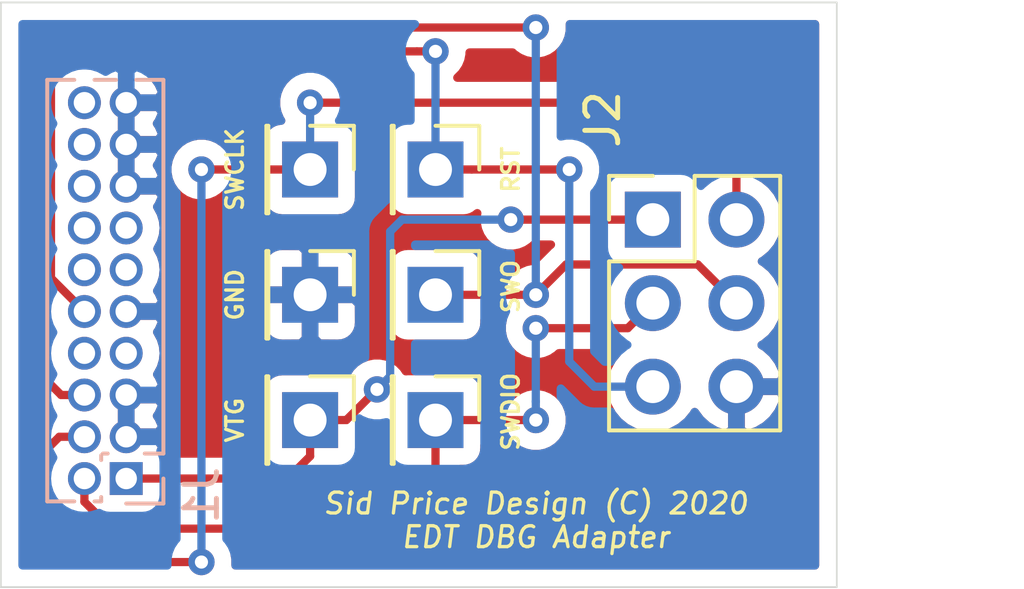
<source format=kicad_pcb>
(kicad_pcb (version 20171130) (host pcbnew "(5.1.2)-2")

  (general
    (thickness 1.6)
    (drawings 12)
    (tracks 64)
    (zones 0)
    (modules 8)
    (nets 16)
  )

  (page A4)
  (layers
    (0 F.Cu signal)
    (31 B.Cu signal)
    (32 B.Adhes user)
    (33 F.Adhes user)
    (34 B.Paste user)
    (35 F.Paste user)
    (36 B.SilkS user)
    (37 F.SilkS user)
    (38 B.Mask user)
    (39 F.Mask user)
    (40 Dwgs.User user)
    (41 Cmts.User user)
    (42 Eco1.User user)
    (43 Eco2.User user)
    (44 Edge.Cuts user)
    (45 Margin user)
    (46 B.CrtYd user)
    (47 F.CrtYd user)
    (48 B.Fab user hide)
    (49 F.Fab user hide)
  )

  (setup
    (last_trace_width 0.25)
    (trace_clearance 0.2)
    (zone_clearance 0.508)
    (zone_45_only no)
    (trace_min 0.2)
    (via_size 0.8)
    (via_drill 0.4)
    (via_min_size 0.4)
    (via_min_drill 0.3)
    (uvia_size 0.3)
    (uvia_drill 0.1)
    (uvias_allowed no)
    (uvia_min_size 0.2)
    (uvia_min_drill 0.1)
    (edge_width 0.05)
    (segment_width 0.2)
    (pcb_text_width 0.3)
    (pcb_text_size 1.5 1.5)
    (mod_edge_width 0.12)
    (mod_text_size 1 1)
    (mod_text_width 0.15)
    (pad_size 1.524 1.524)
    (pad_drill 0.762)
    (pad_to_mask_clearance 0.051)
    (solder_mask_min_width 0.25)
    (aux_axis_origin 0 0)
    (visible_elements 7FFFFFFF)
    (pcbplotparams
      (layerselection 0x010fc_ffffffff)
      (usegerberextensions false)
      (usegerberattributes false)
      (usegerberadvancedattributes false)
      (creategerberjobfile false)
      (excludeedgelayer true)
      (linewidth 0.100000)
      (plotframeref false)
      (viasonmask false)
      (mode 1)
      (useauxorigin false)
      (hpglpennumber 1)
      (hpglpenspeed 20)
      (hpglpendiameter 15.000000)
      (psnegative false)
      (psa4output false)
      (plotreference true)
      (plotvalue true)
      (plotinvisibletext false)
      (padsonsilk false)
      (subtractmaskfromsilk false)
      (outputformat 1)
      (mirror false)
      (drillshape 1)
      (scaleselection 1)
      (outputdirectory ""))
  )

  (net 0 "")
  (net 1 /VTarget)
  (net 2 /SWDIO)
  (net 3 /SWCLK)
  (net 4 /SWO)
  (net 5 "Net-(J1-Pad7)")
  (net 6 "Net-(J1-Pad8)")
  (net 7 /RESET)
  (net 8 "Net-(J1-Pad11)")
  (net 9 "Net-(J1-Pad12)")
  (net 10 "Net-(J1-Pad13)")
  (net 11 "Net-(J1-Pad14)")
  (net 12 "Net-(J1-Pad16)")
  (net 13 "Net-(J1-Pad18)")
  (net 14 "Net-(J1-Pad20)")
  (net 15 GND)

  (net_class Default "This is the default net class."
    (clearance 0.2)
    (trace_width 0.25)
    (via_dia 0.8)
    (via_drill 0.4)
    (uvia_dia 0.3)
    (uvia_drill 0.1)
    (add_net /RESET)
    (add_net /SWCLK)
    (add_net /SWDIO)
    (add_net /SWO)
    (add_net /VTarget)
    (add_net GND)
    (add_net "Net-(J1-Pad11)")
    (add_net "Net-(J1-Pad12)")
    (add_net "Net-(J1-Pad13)")
    (add_net "Net-(J1-Pad14)")
    (add_net "Net-(J1-Pad16)")
    (add_net "Net-(J1-Pad18)")
    (add_net "Net-(J1-Pad20)")
    (add_net "Net-(J1-Pad7)")
    (add_net "Net-(J1-Pad8)")
  )

  (module Connector_PinHeader_2.54mm:PinHeader_1x01_P2.54mm_Vertical (layer F.Cu) (tedit 59FED5CC) (tstamp 5E477065)
    (at 112.776 100.076 270)
    (descr "Through hole straight pin header, 1x01, 2.54mm pitch, single row")
    (tags "Through hole pin header THT 1x01 2.54mm single row")
    (path /5E47ACA7)
    (fp_text reference TP5 (at 0 -2.33 90) (layer F.SilkS) hide
      (effects (font (size 1 1) (thickness 0.15)))
    )
    (fp_text value TestPoint (at 0 2.33 90) (layer F.Fab)
      (effects (font (size 1 1) (thickness 0.15)))
    )
    (fp_line (start -0.635 -1.27) (end 1.27 -1.27) (layer F.Fab) (width 0.1))
    (fp_line (start 1.27 -1.27) (end 1.27 1.27) (layer F.Fab) (width 0.1))
    (fp_line (start 1.27 1.27) (end -1.27 1.27) (layer F.Fab) (width 0.1))
    (fp_line (start -1.27 1.27) (end -1.27 -0.635) (layer F.Fab) (width 0.1))
    (fp_line (start -1.27 -0.635) (end -0.635 -1.27) (layer F.Fab) (width 0.1))
    (fp_line (start -1.33 1.33) (end 1.33 1.33) (layer F.SilkS) (width 0.12))
    (fp_line (start -1.33 1.27) (end -1.33 1.33) (layer F.SilkS) (width 0.12))
    (fp_line (start 1.33 1.27) (end 1.33 1.33) (layer F.SilkS) (width 0.12))
    (fp_line (start -1.33 1.27) (end 1.33 1.27) (layer F.SilkS) (width 0.12))
    (fp_line (start -1.33 0) (end -1.33 -1.33) (layer F.SilkS) (width 0.12))
    (fp_line (start -1.33 -1.33) (end 0 -1.33) (layer F.SilkS) (width 0.12))
    (fp_line (start -1.8 -1.8) (end -1.8 1.8) (layer F.CrtYd) (width 0.05))
    (fp_line (start -1.8 1.8) (end 1.8 1.8) (layer F.CrtYd) (width 0.05))
    (fp_line (start 1.8 1.8) (end 1.8 -1.8) (layer F.CrtYd) (width 0.05))
    (fp_line (start 1.8 -1.8) (end -1.8 -1.8) (layer F.CrtYd) (width 0.05))
    (fp_text user %R (at 0 0) (layer F.Fab)
      (effects (font (size 1 1) (thickness 0.15)))
    )
    (pad 1 thru_hole rect (at 0 0 270) (size 1.7 1.7) (drill 1) (layers *.Cu *.Mask)
      (net 4 /SWO))
    (model ${KISYS3DMOD}/Connector_PinHeader_2.54mm.3dshapes/PinHeader_1x01_P2.54mm_Vertical.wrl
      (at (xyz 0 0 0))
      (scale (xyz 1 1 1))
      (rotate (xyz 0 0 0))
    )
  )

  (module PearlGecko_EDT:PinHeader_2x10_P1.27mm_Vertical_Mirrored (layer B.Cu) (tedit 5E471A56) (tstamp 5E474D9A)
    (at 102.108 105.791)
    (descr "Through hole straight pin header, 2x10, 1.27mm pitch, double rows")
    (tags "Through hole pin header THT 2x10 1.27mm double row")
    (path /5E471968)
    (fp_text reference J1 (at 3.556 0.381 270) (layer B.SilkS)
      (effects (font (size 1 1) (thickness 0.15)) (justify mirror))
    )
    (fp_text value Conn_02x10_Odd_Even (at 0.635 -13.125 180) (layer B.Fab)
      (effects (font (size 1 1) (thickness 0.15)) (justify mirror))
    )
    (fp_text user %R (at 0.635 -5.842 90) (layer B.Fab)
      (effects (font (size 1 1) (thickness 0.15)) (justify mirror))
    )
    (fp_line (start 2.85 1.15) (end -1.6 1.15) (layer B.CrtYd) (width 0.05))
    (fp_line (start 2.85 -12.6) (end 2.85 1.15) (layer B.CrtYd) (width 0.05))
    (fp_line (start -1.6 -12.6) (end 2.85 -12.6) (layer B.CrtYd) (width 0.05))
    (fp_line (start -1.6 1.15) (end -1.6 -12.6) (layer B.CrtYd) (width 0.05))
    (fp_line (start 2.4 0.633) (end 1.27 0.633) (layer B.SilkS) (width 0.12))
    (fp_line (start 2.4 -0.127) (end 2.4 0.633) (layer B.SilkS) (width 0.12))
    (fp_line (start -0.30753 0.568) (end -1.13 0.568) (layer B.SilkS) (width 0.12))
    (fp_line (start 0.51 0.568) (end 0.30753 0.568) (layer B.SilkS) (width 0.12))
    (fp_line (start 0.51 0.436471) (end 0.51 0.568) (layer B.SilkS) (width 0.12))
    (fp_line (start 0.51 -0.833529) (end 0.51 -0.690471) (layer B.SilkS) (width 0.12))
    (fp_line (start 0.706529 -0.887) (end 0.563471 -0.887) (layer B.SilkS) (width 0.12))
    (fp_line (start 2.4 -0.887) (end 1.833471 -0.887) (layer B.SilkS) (width 0.12))
    (fp_line (start -1.13 0.568) (end -1.13 -12.252) (layer B.SilkS) (width 0.12))
    (fp_line (start 2.4 -0.887) (end 2.4 -12.252) (layer B.SilkS) (width 0.12))
    (fp_line (start 0.96247 -12.252) (end 0.30753 -12.252) (layer B.SilkS) (width 0.12))
    (fp_line (start -0.30753 -12.252) (end -1.13 -12.252) (layer B.SilkS) (width 0.12))
    (fp_line (start 2.4 -12.252) (end 1.57753 -12.252) (layer B.SilkS) (width 0.12))
    (fp_line (start 2.34 -0.3445) (end 1.4875 0.508) (layer B.Fab) (width 0.1))
    (fp_line (start 2.34 -12.192) (end 2.34 -0.3445) (layer B.Fab) (width 0.1))
    (fp_line (start -1.07 -12.192) (end 2.34 -12.192) (layer B.Fab) (width 0.1))
    (fp_line (start -1.07 0.508) (end -1.07 -12.192) (layer B.Fab) (width 0.1))
    (fp_line (start 1.4875 0.508) (end -1.07 0.508) (layer B.Fab) (width 0.1))
    (pad 20 thru_hole oval (at 0 -11.557) (size 1 1) (drill 0.65) (layers *.Cu *.Mask)
      (net 14 "Net-(J1-Pad20)"))
    (pad 19 thru_hole oval (at 1.27 -11.557) (size 1 1) (drill 0.65) (layers *.Cu *.Mask)
      (net 15 GND))
    (pad 18 thru_hole oval (at 0 -10.287) (size 1 1) (drill 0.65) (layers *.Cu *.Mask)
      (net 13 "Net-(J1-Pad18)"))
    (pad 17 thru_hole oval (at 1.27 -10.287) (size 1 1) (drill 0.65) (layers *.Cu *.Mask)
      (net 15 GND))
    (pad 16 thru_hole oval (at 0 -9.017) (size 1 1) (drill 0.65) (layers *.Cu *.Mask)
      (net 12 "Net-(J1-Pad16)"))
    (pad 15 thru_hole oval (at 1.27 -9.017) (size 1 1) (drill 0.65) (layers *.Cu *.Mask)
      (net 15 GND))
    (pad 14 thru_hole oval (at 0 -7.747) (size 1 1) (drill 0.65) (layers *.Cu *.Mask)
      (net 11 "Net-(J1-Pad14)"))
    (pad 13 thru_hole oval (at 1.27 -7.747) (size 1 1) (drill 0.65) (layers *.Cu *.Mask)
      (net 10 "Net-(J1-Pad13)"))
    (pad 12 thru_hole oval (at 0 -6.477) (size 1 1) (drill 0.65) (layers *.Cu *.Mask)
      (net 9 "Net-(J1-Pad12)"))
    (pad 11 thru_hole oval (at 1.27 -6.477) (size 1 1) (drill 0.65) (layers *.Cu *.Mask)
      (net 8 "Net-(J1-Pad11)"))
    (pad 10 thru_hole oval (at 0 -5.207) (size 1 1) (drill 0.65) (layers *.Cu *.Mask)
      (net 7 /RESET))
    (pad 9 thru_hole oval (at 1.27 -5.207) (size 1 1) (drill 0.65) (layers *.Cu *.Mask)
      (net 15 GND))
    (pad 8 thru_hole oval (at 0 -3.937) (size 1 1) (drill 0.65) (layers *.Cu *.Mask)
      (net 6 "Net-(J1-Pad8)"))
    (pad 7 thru_hole oval (at 1.27 -3.937) (size 1 1) (drill 0.65) (layers *.Cu *.Mask)
      (net 5 "Net-(J1-Pad7)"))
    (pad 6 thru_hole oval (at 0 -2.667) (size 1 1) (drill 0.65) (layers *.Cu *.Mask)
      (net 4 /SWO))
    (pad 5 thru_hole oval (at 1.27 -2.667) (size 1 1) (drill 0.65) (layers *.Cu *.Mask)
      (net 15 GND))
    (pad 4 thru_hole oval (at 0 -1.397) (size 1 1) (drill 0.65) (layers *.Cu *.Mask)
      (net 3 /SWCLK))
    (pad 3 thru_hole oval (at 1.27 -1.397) (size 1 1) (drill 0.65) (layers *.Cu *.Mask)
      (net 15 GND))
    (pad 2 thru_hole oval (at 0 -0.127) (size 1 1) (drill 0.65) (layers *.Cu *.Mask)
      (net 2 /SWDIO))
    (pad 1 thru_hole rect (at 1.27 -0.127) (size 1 1) (drill 0.65) (layers *.Cu *.Mask)
      (net 1 /VTarget))
    (model ${KISYS3DMOD}/Connector_PinHeader_1.27mm.3dshapes/PinHeader_2x10_P1.27mm_Vertical.wrl
      (at (xyz 0 0 0))
      (scale (xyz 1 1 1))
      (rotate (xyz 0 0 0))
    )
  )

  (module Connector_PinHeader_2.54mm:PinHeader_2x03_P2.54mm_Vertical (layer F.Cu) (tedit 59FED5CC) (tstamp 5E474DB6)
    (at 119.38 97.79)
    (descr "Through hole straight pin header, 2x03, 2.54mm pitch, double rows")
    (tags "Through hole pin header THT 2x03 2.54mm double row")
    (path /5E472EB0)
    (fp_text reference J2 (at -1.524 -3.048 90) (layer F.SilkS)
      (effects (font (size 1 1) (thickness 0.15)))
    )
    (fp_text value Conn_02x03_Odd_Even (at 1.27 7.41) (layer F.Fab)
      (effects (font (size 1 1) (thickness 0.15)))
    )
    (fp_text user %R (at 1.27 2.54 90) (layer F.Fab)
      (effects (font (size 1 1) (thickness 0.15)))
    )
    (fp_line (start 4.35 -1.8) (end -1.8 -1.8) (layer F.CrtYd) (width 0.05))
    (fp_line (start 4.35 6.85) (end 4.35 -1.8) (layer F.CrtYd) (width 0.05))
    (fp_line (start -1.8 6.85) (end 4.35 6.85) (layer F.CrtYd) (width 0.05))
    (fp_line (start -1.8 -1.8) (end -1.8 6.85) (layer F.CrtYd) (width 0.05))
    (fp_line (start -1.33 -1.33) (end 0 -1.33) (layer F.SilkS) (width 0.12))
    (fp_line (start -1.33 0) (end -1.33 -1.33) (layer F.SilkS) (width 0.12))
    (fp_line (start 1.27 -1.33) (end 3.87 -1.33) (layer F.SilkS) (width 0.12))
    (fp_line (start 1.27 1.27) (end 1.27 -1.33) (layer F.SilkS) (width 0.12))
    (fp_line (start -1.33 1.27) (end 1.27 1.27) (layer F.SilkS) (width 0.12))
    (fp_line (start 3.87 -1.33) (end 3.87 6.41) (layer F.SilkS) (width 0.12))
    (fp_line (start -1.33 1.27) (end -1.33 6.41) (layer F.SilkS) (width 0.12))
    (fp_line (start -1.33 6.41) (end 3.87 6.41) (layer F.SilkS) (width 0.12))
    (fp_line (start -1.27 0) (end 0 -1.27) (layer F.Fab) (width 0.1))
    (fp_line (start -1.27 6.35) (end -1.27 0) (layer F.Fab) (width 0.1))
    (fp_line (start 3.81 6.35) (end -1.27 6.35) (layer F.Fab) (width 0.1))
    (fp_line (start 3.81 -1.27) (end 3.81 6.35) (layer F.Fab) (width 0.1))
    (fp_line (start 0 -1.27) (end 3.81 -1.27) (layer F.Fab) (width 0.1))
    (pad 6 thru_hole oval (at 2.54 5.08) (size 1.7 1.7) (drill 1) (layers *.Cu *.Mask)
      (net 15 GND))
    (pad 5 thru_hole oval (at 0 5.08) (size 1.7 1.7) (drill 1) (layers *.Cu *.Mask)
      (net 7 /RESET))
    (pad 4 thru_hole oval (at 2.54 2.54) (size 1.7 1.7) (drill 1) (layers *.Cu *.Mask)
      (net 4 /SWO))
    (pad 3 thru_hole oval (at 0 2.54) (size 1.7 1.7) (drill 1) (layers *.Cu *.Mask)
      (net 2 /SWDIO))
    (pad 2 thru_hole oval (at 2.54 0) (size 1.7 1.7) (drill 1) (layers *.Cu *.Mask)
      (net 3 /SWCLK))
    (pad 1 thru_hole rect (at 0 0) (size 1.7 1.7) (drill 1) (layers *.Cu *.Mask)
      (net 1 /VTarget))
    (model ${KISYS3DMOD}/Connector_PinHeader_2.54mm.3dshapes/PinHeader_2x03_P2.54mm_Vertical.wrl
      (at (xyz 0 0 0))
      (scale (xyz 1 1 1))
      (rotate (xyz 0 0 0))
    )
  )

  (module Connector_PinHeader_2.54mm:PinHeader_1x01_P2.54mm_Vertical (layer F.Cu) (tedit 59FED5CC) (tstamp 5E476B91)
    (at 108.966 100.076 270)
    (descr "Through hole straight pin header, 1x01, 2.54mm pitch, single row")
    (tags "Through hole pin header THT 1x01 2.54mm single row")
    (path /5E47790A)
    (fp_text reference TP1 (at 0 -2.33 90) (layer F.SilkS) hide
      (effects (font (size 1 1) (thickness 0.15)))
    )
    (fp_text value TestPoint (at 0 2.33 90) (layer F.Fab)
      (effects (font (size 1 1) (thickness 0.15)))
    )
    (fp_line (start -0.635 -1.27) (end 1.27 -1.27) (layer F.Fab) (width 0.1))
    (fp_line (start 1.27 -1.27) (end 1.27 1.27) (layer F.Fab) (width 0.1))
    (fp_line (start 1.27 1.27) (end -1.27 1.27) (layer F.Fab) (width 0.1))
    (fp_line (start -1.27 1.27) (end -1.27 -0.635) (layer F.Fab) (width 0.1))
    (fp_line (start -1.27 -0.635) (end -0.635 -1.27) (layer F.Fab) (width 0.1))
    (fp_line (start -1.33 1.33) (end 1.33 1.33) (layer F.SilkS) (width 0.12))
    (fp_line (start -1.33 1.27) (end -1.33 1.33) (layer F.SilkS) (width 0.12))
    (fp_line (start 1.33 1.27) (end 1.33 1.33) (layer F.SilkS) (width 0.12))
    (fp_line (start -1.33 1.27) (end 1.33 1.27) (layer F.SilkS) (width 0.12))
    (fp_line (start -1.33 0) (end -1.33 -1.33) (layer F.SilkS) (width 0.12))
    (fp_line (start -1.33 -1.33) (end 0 -1.33) (layer F.SilkS) (width 0.12))
    (fp_line (start -1.8 -1.8) (end -1.8 1.8) (layer F.CrtYd) (width 0.05))
    (fp_line (start -1.8 1.8) (end 1.8 1.8) (layer F.CrtYd) (width 0.05))
    (fp_line (start 1.8 1.8) (end 1.8 -1.8) (layer F.CrtYd) (width 0.05))
    (fp_line (start 1.8 -1.8) (end -1.8 -1.8) (layer F.CrtYd) (width 0.05))
    (fp_text user %R (at 0 0) (layer F.Fab)
      (effects (font (size 1 1) (thickness 0.15)))
    )
    (pad 1 thru_hole rect (at 0 0 270) (size 1.7 1.7) (drill 1) (layers *.Cu *.Mask)
      (net 15 GND))
    (model ${KISYS3DMOD}/Connector_PinHeader_2.54mm.3dshapes/PinHeader_1x01_P2.54mm_Vertical.wrl
      (at (xyz 0 0 0))
      (scale (xyz 1 1 1))
      (rotate (xyz 0 0 0))
    )
  )

  (module Connector_PinHeader_2.54mm:PinHeader_1x01_P2.54mm_Vertical (layer F.Cu) (tedit 59FED5CC) (tstamp 5E474DE0)
    (at 108.966 103.886 270)
    (descr "Through hole straight pin header, 1x01, 2.54mm pitch, single row")
    (tags "Through hole pin header THT 1x01 2.54mm single row")
    (path /5E478CFE)
    (fp_text reference TP2 (at 0 -2.33 90) (layer F.SilkS) hide
      (effects (font (size 1 1) (thickness 0.15)))
    )
    (fp_text value TestPoint (at 0 2.33 90) (layer F.Fab)
      (effects (font (size 1 1) (thickness 0.15)))
    )
    (fp_line (start -0.635 -1.27) (end 1.27 -1.27) (layer F.Fab) (width 0.1))
    (fp_line (start 1.27 -1.27) (end 1.27 1.27) (layer F.Fab) (width 0.1))
    (fp_line (start 1.27 1.27) (end -1.27 1.27) (layer F.Fab) (width 0.1))
    (fp_line (start -1.27 1.27) (end -1.27 -0.635) (layer F.Fab) (width 0.1))
    (fp_line (start -1.27 -0.635) (end -0.635 -1.27) (layer F.Fab) (width 0.1))
    (fp_line (start -1.33 1.33) (end 1.33 1.33) (layer F.SilkS) (width 0.12))
    (fp_line (start -1.33 1.27) (end -1.33 1.33) (layer F.SilkS) (width 0.12))
    (fp_line (start 1.33 1.27) (end 1.33 1.33) (layer F.SilkS) (width 0.12))
    (fp_line (start -1.33 1.27) (end 1.33 1.27) (layer F.SilkS) (width 0.12))
    (fp_line (start -1.33 0) (end -1.33 -1.33) (layer F.SilkS) (width 0.12))
    (fp_line (start -1.33 -1.33) (end 0 -1.33) (layer F.SilkS) (width 0.12))
    (fp_line (start -1.8 -1.8) (end -1.8 1.8) (layer F.CrtYd) (width 0.05))
    (fp_line (start -1.8 1.8) (end 1.8 1.8) (layer F.CrtYd) (width 0.05))
    (fp_line (start 1.8 1.8) (end 1.8 -1.8) (layer F.CrtYd) (width 0.05))
    (fp_line (start 1.8 -1.8) (end -1.8 -1.8) (layer F.CrtYd) (width 0.05))
    (fp_text user %R (at 0 0) (layer F.Fab)
      (effects (font (size 1 1) (thickness 0.15)))
    )
    (pad 1 thru_hole rect (at 0 0 270) (size 1.7 1.7) (drill 1) (layers *.Cu *.Mask)
      (net 1 /VTarget))
    (model ${KISYS3DMOD}/Connector_PinHeader_2.54mm.3dshapes/PinHeader_1x01_P2.54mm_Vertical.wrl
      (at (xyz 0 0 0))
      (scale (xyz 1 1 1))
      (rotate (xyz 0 0 0))
    )
  )

  (module Connector_PinHeader_2.54mm:PinHeader_1x01_P2.54mm_Vertical (layer F.Cu) (tedit 59FED5CC) (tstamp 5E474DF5)
    (at 108.966 96.266 270)
    (descr "Through hole straight pin header, 1x01, 2.54mm pitch, single row")
    (tags "Through hole pin header THT 1x01 2.54mm single row")
    (path /5E4781A3)
    (fp_text reference TP3 (at 0 -2.33 90) (layer F.SilkS) hide
      (effects (font (size 1 1) (thickness 0.15)))
    )
    (fp_text value TestPoint (at 0 2.33 90) (layer F.Fab)
      (effects (font (size 1 1) (thickness 0.15)))
    )
    (fp_text user %R (at 0 0) (layer F.Fab)
      (effects (font (size 1 1) (thickness 0.15)))
    )
    (fp_line (start 1.8 -1.8) (end -1.8 -1.8) (layer F.CrtYd) (width 0.05))
    (fp_line (start 1.8 1.8) (end 1.8 -1.8) (layer F.CrtYd) (width 0.05))
    (fp_line (start -1.8 1.8) (end 1.8 1.8) (layer F.CrtYd) (width 0.05))
    (fp_line (start -1.8 -1.8) (end -1.8 1.8) (layer F.CrtYd) (width 0.05))
    (fp_line (start -1.33 -1.33) (end 0 -1.33) (layer F.SilkS) (width 0.12))
    (fp_line (start -1.33 0) (end -1.33 -1.33) (layer F.SilkS) (width 0.12))
    (fp_line (start -1.33 1.27) (end 1.33 1.27) (layer F.SilkS) (width 0.12))
    (fp_line (start 1.33 1.27) (end 1.33 1.33) (layer F.SilkS) (width 0.12))
    (fp_line (start -1.33 1.27) (end -1.33 1.33) (layer F.SilkS) (width 0.12))
    (fp_line (start -1.33 1.33) (end 1.33 1.33) (layer F.SilkS) (width 0.12))
    (fp_line (start -1.27 -0.635) (end -0.635 -1.27) (layer F.Fab) (width 0.1))
    (fp_line (start -1.27 1.27) (end -1.27 -0.635) (layer F.Fab) (width 0.1))
    (fp_line (start 1.27 1.27) (end -1.27 1.27) (layer F.Fab) (width 0.1))
    (fp_line (start 1.27 -1.27) (end 1.27 1.27) (layer F.Fab) (width 0.1))
    (fp_line (start -0.635 -1.27) (end 1.27 -1.27) (layer F.Fab) (width 0.1))
    (pad 1 thru_hole rect (at 0 0 270) (size 1.7 1.7) (drill 1) (layers *.Cu *.Mask)
      (net 3 /SWCLK))
    (model ${KISYS3DMOD}/Connector_PinHeader_2.54mm.3dshapes/PinHeader_1x01_P2.54mm_Vertical.wrl
      (at (xyz 0 0 0))
      (scale (xyz 1 1 1))
      (rotate (xyz 0 0 0))
    )
  )

  (module Connector_PinHeader_2.54mm:PinHeader_1x01_P2.54mm_Vertical (layer F.Cu) (tedit 59FED5CC) (tstamp 5E4770A1)
    (at 112.776 103.886 270)
    (descr "Through hole straight pin header, 1x01, 2.54mm pitch, single row")
    (tags "Through hole pin header THT 1x01 2.54mm single row")
    (path /5E47A7E3)
    (fp_text reference TP4 (at 0 -2.33 90) (layer F.SilkS) hide
      (effects (font (size 1 1) (thickness 0.15)))
    )
    (fp_text value TestPoint (at 0 2.33 90) (layer F.Fab)
      (effects (font (size 1 1) (thickness 0.15)))
    )
    (fp_text user %R (at 0 0) (layer F.Fab)
      (effects (font (size 1 1) (thickness 0.15)))
    )
    (fp_line (start 1.8 -1.8) (end -1.8 -1.8) (layer F.CrtYd) (width 0.05))
    (fp_line (start 1.8 1.8) (end 1.8 -1.8) (layer F.CrtYd) (width 0.05))
    (fp_line (start -1.8 1.8) (end 1.8 1.8) (layer F.CrtYd) (width 0.05))
    (fp_line (start -1.8 -1.8) (end -1.8 1.8) (layer F.CrtYd) (width 0.05))
    (fp_line (start -1.33 -1.33) (end 0 -1.33) (layer F.SilkS) (width 0.12))
    (fp_line (start -1.33 0) (end -1.33 -1.33) (layer F.SilkS) (width 0.12))
    (fp_line (start -1.33 1.27) (end 1.33 1.27) (layer F.SilkS) (width 0.12))
    (fp_line (start 1.33 1.27) (end 1.33 1.33) (layer F.SilkS) (width 0.12))
    (fp_line (start -1.33 1.27) (end -1.33 1.33) (layer F.SilkS) (width 0.12))
    (fp_line (start -1.33 1.33) (end 1.33 1.33) (layer F.SilkS) (width 0.12))
    (fp_line (start -1.27 -0.635) (end -0.635 -1.27) (layer F.Fab) (width 0.1))
    (fp_line (start -1.27 1.27) (end -1.27 -0.635) (layer F.Fab) (width 0.1))
    (fp_line (start 1.27 1.27) (end -1.27 1.27) (layer F.Fab) (width 0.1))
    (fp_line (start 1.27 -1.27) (end 1.27 1.27) (layer F.Fab) (width 0.1))
    (fp_line (start -0.635 -1.27) (end 1.27 -1.27) (layer F.Fab) (width 0.1))
    (pad 1 thru_hole rect (at 0 0 270) (size 1.7 1.7) (drill 1) (layers *.Cu *.Mask)
      (net 2 /SWDIO))
    (model ${KISYS3DMOD}/Connector_PinHeader_2.54mm.3dshapes/PinHeader_1x01_P2.54mm_Vertical.wrl
      (at (xyz 0 0 0))
      (scale (xyz 1 1 1))
      (rotate (xyz 0 0 0))
    )
  )

  (module Connector_PinHeader_2.54mm:PinHeader_1x01_P2.54mm_Vertical (layer F.Cu) (tedit 59FED5CC) (tstamp 5E477029)
    (at 112.776 96.266 270)
    (descr "Through hole straight pin header, 1x01, 2.54mm pitch, single row")
    (tags "Through hole pin header THT 1x01 2.54mm single row")
    (path /5E47B07E)
    (fp_text reference TP6 (at 0 -2.33 90) (layer F.SilkS) hide
      (effects (font (size 1 1) (thickness 0.15)))
    )
    (fp_text value TestPoint (at 0 2.33 90) (layer F.Fab)
      (effects (font (size 1 1) (thickness 0.15)))
    )
    (fp_text user %R (at 0 0) (layer F.Fab)
      (effects (font (size 1 1) (thickness 0.15)))
    )
    (fp_line (start 1.8 -1.8) (end -1.8 -1.8) (layer F.CrtYd) (width 0.05))
    (fp_line (start 1.8 1.8) (end 1.8 -1.8) (layer F.CrtYd) (width 0.05))
    (fp_line (start -1.8 1.8) (end 1.8 1.8) (layer F.CrtYd) (width 0.05))
    (fp_line (start -1.8 -1.8) (end -1.8 1.8) (layer F.CrtYd) (width 0.05))
    (fp_line (start -1.33 -1.33) (end 0 -1.33) (layer F.SilkS) (width 0.12))
    (fp_line (start -1.33 0) (end -1.33 -1.33) (layer F.SilkS) (width 0.12))
    (fp_line (start -1.33 1.27) (end 1.33 1.27) (layer F.SilkS) (width 0.12))
    (fp_line (start 1.33 1.27) (end 1.33 1.33) (layer F.SilkS) (width 0.12))
    (fp_line (start -1.33 1.27) (end -1.33 1.33) (layer F.SilkS) (width 0.12))
    (fp_line (start -1.33 1.33) (end 1.33 1.33) (layer F.SilkS) (width 0.12))
    (fp_line (start -1.27 -0.635) (end -0.635 -1.27) (layer F.Fab) (width 0.1))
    (fp_line (start -1.27 1.27) (end -1.27 -0.635) (layer F.Fab) (width 0.1))
    (fp_line (start 1.27 1.27) (end -1.27 1.27) (layer F.Fab) (width 0.1))
    (fp_line (start 1.27 -1.27) (end 1.27 1.27) (layer F.Fab) (width 0.1))
    (fp_line (start -0.635 -1.27) (end 1.27 -1.27) (layer F.Fab) (width 0.1))
    (pad 1 thru_hole rect (at 0 0 270) (size 1.7 1.7) (drill 1) (layers *.Cu *.Mask)
      (net 7 /RESET))
    (model ${KISYS3DMOD}/Connector_PinHeader_2.54mm.3dshapes/PinHeader_1x01_P2.54mm_Vertical.wrl
      (at (xyz 0 0 0))
      (scale (xyz 1 1 1))
      (rotate (xyz 0 0 0))
    )
  )

  (gr_line (start 99.568 108.966) (end 99.568 91.186) (layer Edge.Cuts) (width 0.05))
  (gr_line (start 124.968 108.966) (end 99.568 108.966) (layer Edge.Cuts) (width 0.05))
  (gr_line (start 124.968 91.186) (end 124.968 108.966) (layer Edge.Cuts) (width 0.05))
  (gr_line (start 99.568 91.186) (end 124.968 91.186) (layer Edge.Cuts) (width 0.05))
  (dimension 17.78 (width 0.15) (layer Dwgs.User)
    (gr_text "0.7000 in" (at 129.316 100.076 90) (layer Dwgs.User)
      (effects (font (size 1 1) (thickness 0.15)))
    )
    (feature1 (pts (xy 124.968 91.186) (xy 128.602421 91.186)))
    (feature2 (pts (xy 124.968 108.966) (xy 128.602421 108.966)))
    (crossbar (pts (xy 128.016 108.966) (xy 128.016 91.186)))
    (arrow1a (pts (xy 128.016 91.186) (xy 128.602421 92.312504)))
    (arrow1b (pts (xy 128.016 91.186) (xy 127.429579 92.312504)))
    (arrow2a (pts (xy 128.016 108.966) (xy 128.602421 107.839496)))
    (arrow2b (pts (xy 128.016 108.966) (xy 127.429579 107.839496)))
  )
  (gr_text "Sid Price Design (C) 2020\nEDT DBG Adapter" (at 115.824 106.934) (layer F.SilkS)
    (effects (font (size 0.635 0.635) (thickness 0.1016) italic))
  )
  (gr_text RST (at 115.062 96.266 90) (layer F.SilkS)
    (effects (font (size 0.508 0.508) (thickness 0.1016)))
  )
  (gr_text SWO (at 115.062 99.822 90) (layer F.SilkS)
    (effects (font (size 0.508 0.508) (thickness 0.1016)))
  )
  (gr_text SWDIO (at 115.062 103.632 90) (layer F.SilkS)
    (effects (font (size 0.508 0.508) (thickness 0.1016)))
  )
  (gr_text VTG (at 106.68 103.886 90) (layer F.SilkS)
    (effects (font (size 0.508 0.508) (thickness 0.1016)))
  )
  (gr_text GND (at 106.68 100.076 90) (layer F.SilkS)
    (effects (font (size 0.508 0.508) (thickness 0.1016)))
  )
  (gr_text SWCLK (at 106.68 96.266 90) (layer F.SilkS)
    (effects (font (size 0.508 0.508) (thickness 0.1016)))
  )

  (segment (start 108.966 104.986) (end 108.966 103.886) (width 0.25) (layer F.Cu) (net 1))
  (segment (start 108.288 105.664) (end 108.966 104.986) (width 0.25) (layer F.Cu) (net 1))
  (segment (start 103.378 105.664) (end 108.288 105.664) (width 0.25) (layer F.Cu) (net 1))
  (segment (start 110.066 103.886) (end 110.998 102.954) (width 0.25) (layer F.Cu) (net 1))
  (segment (start 108.966 103.886) (end 110.066 103.886) (width 0.25) (layer F.Cu) (net 1))
  (segment (start 115.062 97.79) (end 119.38 97.79) (width 0.25) (layer F.Cu) (net 1))
  (via (at 110.998 102.954) (size 0.8) (drill 0.4) (layers F.Cu B.Cu) (net 1))
  (segment (start 111.397999 102.554001) (end 111.397999 98.152001) (width 0.25) (layer B.Cu) (net 1))
  (segment (start 110.998 102.954) (end 111.397999 102.554001) (width 0.25) (layer B.Cu) (net 1))
  (segment (start 111.397999 98.152001) (end 111.76 97.79) (width 0.25) (layer B.Cu) (net 1))
  (via (at 115.062 97.79) (size 0.8) (drill 0.4) (layers F.Cu B.Cu) (net 1))
  (segment (start 111.76 97.79) (end 115.062 97.79) (width 0.25) (layer B.Cu) (net 1))
  (segment (start 112.776 105.918) (end 112.776 103.886) (width 0.25) (layer F.Cu) (net 2))
  (segment (start 111.506 107.188) (end 112.776 105.918) (width 0.25) (layer F.Cu) (net 2))
  (segment (start 102.924894 107.188) (end 111.506 107.188) (width 0.25) (layer F.Cu) (net 2))
  (segment (start 102.108 105.664) (end 102.108 106.371106) (width 0.25) (layer F.Cu) (net 2))
  (segment (start 102.108 106.371106) (end 102.924894 107.188) (width 0.25) (layer F.Cu) (net 2))
  (segment (start 112.776 103.886) (end 115.824 103.886) (width 0.25) (layer F.Cu) (net 2))
  (via (at 115.824 103.886) (size 0.8) (drill 0.4) (layers F.Cu B.Cu) (net 2))
  (segment (start 115.824 103.886) (end 115.824 103.320315) (width 0.25) (layer B.Cu) (net 2))
  (via (at 115.824 101.092) (size 0.8) (drill 0.4) (layers F.Cu B.Cu) (net 2))
  (segment (start 115.824 103.320315) (end 115.824 101.092) (width 0.25) (layer B.Cu) (net 2))
  (segment (start 118.618 101.092) (end 119.38 100.33) (width 0.25) (layer F.Cu) (net 2))
  (segment (start 115.824 101.092) (end 118.618 101.092) (width 0.25) (layer F.Cu) (net 2))
  (segment (start 102.108 104.394) (end 101.346 104.394) (width 0.25) (layer F.Cu) (net 3))
  (segment (start 101.346 104.394) (end 100.838 104.902) (width 0.25) (layer F.Cu) (net 3))
  (segment (start 100.838 104.902) (end 100.838 106.426) (width 0.25) (layer F.Cu) (net 3))
  (segment (start 100.838 106.426) (end 102.616 108.204) (width 0.25) (layer F.Cu) (net 3))
  (segment (start 102.616 108.204) (end 105.664 108.204) (width 0.25) (layer F.Cu) (net 3))
  (via (at 105.664 108.204) (size 0.8) (drill 0.4) (layers F.Cu B.Cu) (net 3))
  (segment (start 105.664 108.204) (end 105.664 96.266) (width 0.25) (layer B.Cu) (net 3))
  (via (at 105.664 96.266) (size 0.8) (drill 0.4) (layers F.Cu B.Cu) (net 3))
  (segment (start 105.664 96.266) (end 108.966 96.266) (width 0.25) (layer F.Cu) (net 3))
  (segment (start 108.966 96.266) (end 108.966 94.234) (width 0.25) (layer B.Cu) (net 3))
  (via (at 108.966 94.234) (size 0.8) (drill 0.4) (layers F.Cu B.Cu) (net 3))
  (segment (start 121.92 94.996) (end 121.92 97.79) (width 0.25) (layer F.Cu) (net 3))
  (segment (start 108.966 94.234) (end 121.158 94.234) (width 0.25) (layer F.Cu) (net 3))
  (segment (start 121.158 94.234) (end 121.92 94.996) (width 0.25) (layer F.Cu) (net 3))
  (segment (start 101.400894 103.124) (end 100.33 102.053106) (width 0.25) (layer F.Cu) (net 4))
  (segment (start 102.108 103.124) (end 101.400894 103.124) (width 0.25) (layer F.Cu) (net 4))
  (segment (start 100.33 102.053106) (end 100.33 92.71) (width 0.25) (layer F.Cu) (net 4))
  (segment (start 100.33 92.71) (end 101.092 91.948) (width 0.25) (layer F.Cu) (net 4))
  (segment (start 101.092 91.948) (end 115.824 91.948) (width 0.25) (layer F.Cu) (net 4))
  (via (at 115.824 91.948) (size 0.8) (drill 0.4) (layers F.Cu B.Cu) (net 4))
  (segment (start 115.824 91.948) (end 115.824 100.076) (width 0.25) (layer B.Cu) (net 4))
  (via (at 115.824 100.076) (size 0.8) (drill 0.4) (layers F.Cu B.Cu) (net 4))
  (segment (start 115.824 100.076) (end 112.776 100.076) (width 0.25) (layer F.Cu) (net 4))
  (segment (start 121.070001 99.480001) (end 121.92 100.33) (width 0.25) (layer F.Cu) (net 4))
  (segment (start 120.744999 99.154999) (end 121.070001 99.480001) (width 0.25) (layer F.Cu) (net 4))
  (segment (start 116.745001 99.154999) (end 120.744999 99.154999) (width 0.25) (layer F.Cu) (net 4))
  (segment (start 115.824 100.076) (end 116.745001 99.154999) (width 0.25) (layer F.Cu) (net 4))
  (via (at 112.776 92.67301) (size 0.8) (drill 0.4) (layers F.Cu B.Cu) (net 7))
  (segment (start 112.210315 92.67301) (end 112.776 92.67301) (width 0.25) (layer F.Cu) (net 7))
  (segment (start 101.63699 92.67301) (end 112.210315 92.67301) (width 0.25) (layer F.Cu) (net 7))
  (segment (start 101.092 93.218) (end 101.63699 92.67301) (width 0.25) (layer F.Cu) (net 7))
  (segment (start 101.092 99.568) (end 101.092 93.218) (width 0.25) (layer F.Cu) (net 7))
  (segment (start 102.108 100.584) (end 101.092 99.568) (width 0.25) (layer F.Cu) (net 7))
  (segment (start 112.776 96.266) (end 112.776 92.67301) (width 0.25) (layer B.Cu) (net 7))
  (segment (start 112.776 96.266) (end 113.876 96.266) (width 0.25) (layer F.Cu) (net 7))
  (segment (start 113.876 96.266) (end 116.84 96.266) (width 0.25) (layer F.Cu) (net 7))
  (via (at 116.84 96.266) (size 0.8) (drill 0.4) (layers F.Cu B.Cu) (net 7))
  (segment (start 116.84 96.266) (end 116.84 102.108) (width 0.25) (layer B.Cu) (net 7))
  (segment (start 116.84 102.108) (end 117.602 102.87) (width 0.25) (layer B.Cu) (net 7))
  (segment (start 117.602 102.87) (end 119.38 102.87) (width 0.25) (layer B.Cu) (net 7))

  (zone (net 15) (net_name GND) (layer F.Cu) (tstamp 0) (hatch edge 0.508)
    (connect_pads (clearance 0.508))
    (min_thickness 0.254)
    (fill yes (arc_segments 32) (thermal_gap 0.508) (thermal_bridge_width 0.508))
    (polygon
      (pts
        (xy 99.822 91.44) (xy 124.714 91.44) (xy 124.714 108.712) (xy 99.822 108.712)
      )
    )
    (filled_polygon
      (pts
        (xy 124.308001 108.306) (xy 106.698988 108.306) (xy 106.699 108.305939) (xy 106.699 108.102061) (xy 106.668356 107.948)
        (xy 111.468678 107.948) (xy 111.506 107.951676) (xy 111.543322 107.948) (xy 111.543333 107.948) (xy 111.654986 107.937003)
        (xy 111.798247 107.893546) (xy 111.930276 107.822974) (xy 112.046001 107.728001) (xy 112.069804 107.698997) (xy 113.287004 106.481798)
        (xy 113.316001 106.458001) (xy 113.410974 106.342276) (xy 113.481546 106.210247) (xy 113.525003 106.066986) (xy 113.536 105.955333)
        (xy 113.536 105.955324) (xy 113.539676 105.918001) (xy 113.536 105.880678) (xy 113.536 105.374072) (xy 113.626 105.374072)
        (xy 113.750482 105.361812) (xy 113.87018 105.325502) (xy 113.980494 105.266537) (xy 114.077185 105.187185) (xy 114.156537 105.090494)
        (xy 114.215502 104.98018) (xy 114.251812 104.860482) (xy 114.264072 104.736) (xy 114.264072 104.646) (xy 115.120289 104.646)
        (xy 115.164226 104.689937) (xy 115.333744 104.803205) (xy 115.522102 104.881226) (xy 115.722061 104.921) (xy 115.925939 104.921)
        (xy 116.125898 104.881226) (xy 116.314256 104.803205) (xy 116.483774 104.689937) (xy 116.627937 104.545774) (xy 116.741205 104.376256)
        (xy 116.819226 104.187898) (xy 116.859 103.987939) (xy 116.859 103.784061) (xy 116.819226 103.584102) (xy 116.741205 103.395744)
        (xy 116.627937 103.226226) (xy 116.483774 103.082063) (xy 116.314256 102.968795) (xy 116.125898 102.890774) (xy 115.925939 102.851)
        (xy 115.722061 102.851) (xy 115.522102 102.890774) (xy 115.333744 102.968795) (xy 115.164226 103.082063) (xy 115.120289 103.126)
        (xy 114.264072 103.126) (xy 114.264072 103.036) (xy 114.251812 102.911518) (xy 114.215502 102.79182) (xy 114.156537 102.681506)
        (xy 114.077185 102.584815) (xy 113.980494 102.505463) (xy 113.87018 102.446498) (xy 113.750482 102.410188) (xy 113.626 102.397928)
        (xy 111.926 102.397928) (xy 111.87461 102.402989) (xy 111.801937 102.294226) (xy 111.657774 102.150063) (xy 111.488256 102.036795)
        (xy 111.299898 101.958774) (xy 111.099939 101.919) (xy 110.896061 101.919) (xy 110.696102 101.958774) (xy 110.507744 102.036795)
        (xy 110.338226 102.150063) (xy 110.194063 102.294226) (xy 110.083861 102.459156) (xy 110.06018 102.446498) (xy 109.940482 102.410188)
        (xy 109.816 102.397928) (xy 108.116 102.397928) (xy 107.991518 102.410188) (xy 107.87182 102.446498) (xy 107.761506 102.505463)
        (xy 107.664815 102.584815) (xy 107.585463 102.681506) (xy 107.526498 102.79182) (xy 107.490188 102.911518) (xy 107.477928 103.036)
        (xy 107.477928 104.736) (xy 107.490188 104.860482) (xy 107.503389 104.904) (xy 104.459046 104.904) (xy 104.41993 104.83082)
        (xy 104.455446 104.750864) (xy 104.472119 104.695874) (xy 104.345954 104.521) (xy 103.505 104.521) (xy 103.505 104.525928)
        (xy 103.251 104.525928) (xy 103.251 104.521) (xy 103.235983 104.521) (xy 103.248491 104.394) (xy 103.235983 104.267)
        (xy 103.251 104.267) (xy 103.251 103.251) (xy 103.505 103.251) (xy 103.505 104.267) (xy 104.345954 104.267)
        (xy 104.472119 104.092126) (xy 104.455446 104.037136) (xy 104.365123 103.833794) (xy 104.312361 103.759) (xy 104.365123 103.684206)
        (xy 104.455446 103.480864) (xy 104.472119 103.425874) (xy 104.345954 103.251) (xy 103.505 103.251) (xy 103.251 103.251)
        (xy 103.235983 103.251) (xy 103.248491 103.124) (xy 103.235983 102.997) (xy 103.251 102.997) (xy 103.251 102.981983)
        (xy 103.322248 102.989) (xy 103.433752 102.989) (xy 103.505 102.981983) (xy 103.505 102.997) (xy 104.345954 102.997)
        (xy 104.472119 102.822126) (xy 104.455446 102.767136) (xy 104.365123 102.563794) (xy 104.318274 102.497383) (xy 104.326284 102.487623)
        (xy 104.431676 102.290447) (xy 104.496577 102.076499) (xy 104.518491 101.854) (xy 104.496577 101.631501) (xy 104.431676 101.417553)
        (xy 104.326284 101.220377) (xy 104.318274 101.210617) (xy 104.365123 101.144206) (xy 104.455446 100.940864) (xy 104.459952 100.926)
        (xy 107.477928 100.926) (xy 107.490188 101.050482) (xy 107.526498 101.17018) (xy 107.585463 101.280494) (xy 107.664815 101.377185)
        (xy 107.761506 101.456537) (xy 107.87182 101.515502) (xy 107.991518 101.551812) (xy 108.116 101.564072) (xy 108.68025 101.561)
        (xy 108.839 101.40225) (xy 108.839 100.203) (xy 109.093 100.203) (xy 109.093 101.40225) (xy 109.25175 101.561)
        (xy 109.816 101.564072) (xy 109.940482 101.551812) (xy 110.06018 101.515502) (xy 110.170494 101.456537) (xy 110.267185 101.377185)
        (xy 110.346537 101.280494) (xy 110.405502 101.17018) (xy 110.441812 101.050482) (xy 110.454072 100.926) (xy 110.451 100.36175)
        (xy 110.29225 100.203) (xy 109.093 100.203) (xy 108.839 100.203) (xy 107.63975 100.203) (xy 107.481 100.36175)
        (xy 107.477928 100.926) (xy 104.459952 100.926) (xy 104.472119 100.885874) (xy 104.345954 100.711) (xy 103.505 100.711)
        (xy 103.505 100.726017) (xy 103.433752 100.719) (xy 103.322248 100.719) (xy 103.251 100.726017) (xy 103.251 100.711)
        (xy 103.235983 100.711) (xy 103.248491 100.584) (xy 103.235983 100.457) (xy 103.251 100.457) (xy 103.251 100.441983)
        (xy 103.322248 100.449) (xy 103.433752 100.449) (xy 103.505 100.441983) (xy 103.505 100.457) (xy 104.345954 100.457)
        (xy 104.472119 100.282126) (xy 104.455446 100.227136) (xy 104.365123 100.023794) (xy 104.318274 99.957383) (xy 104.326284 99.947623)
        (xy 104.431676 99.750447) (xy 104.496577 99.536499) (xy 104.518491 99.314) (xy 104.509824 99.226) (xy 107.477928 99.226)
        (xy 107.481 99.79025) (xy 107.63975 99.949) (xy 108.839 99.949) (xy 108.839 98.74975) (xy 109.093 98.74975)
        (xy 109.093 99.949) (xy 110.29225 99.949) (xy 110.451 99.79025) (xy 110.454072 99.226) (xy 110.441812 99.101518)
        (xy 110.405502 98.98182) (xy 110.346537 98.871506) (xy 110.267185 98.774815) (xy 110.170494 98.695463) (xy 110.06018 98.636498)
        (xy 109.940482 98.600188) (xy 109.816 98.587928) (xy 109.25175 98.591) (xy 109.093 98.74975) (xy 108.839 98.74975)
        (xy 108.68025 98.591) (xy 108.116 98.587928) (xy 107.991518 98.600188) (xy 107.87182 98.636498) (xy 107.761506 98.695463)
        (xy 107.664815 98.774815) (xy 107.585463 98.871506) (xy 107.526498 98.98182) (xy 107.490188 99.101518) (xy 107.477928 99.226)
        (xy 104.509824 99.226) (xy 104.496577 99.091501) (xy 104.431676 98.877553) (xy 104.326284 98.680377) (xy 104.325154 98.679)
        (xy 104.326284 98.677623) (xy 104.431676 98.480447) (xy 104.496577 98.266499) (xy 104.518491 98.044) (xy 104.496577 97.821501)
        (xy 104.431676 97.607553) (xy 104.326284 97.410377) (xy 104.318274 97.400617) (xy 104.365123 97.334206) (xy 104.455446 97.130864)
        (xy 104.472119 97.075874) (xy 104.345954 96.901) (xy 103.505 96.901) (xy 103.505 96.916017) (xy 103.433752 96.909)
        (xy 103.322248 96.909) (xy 103.251 96.916017) (xy 103.251 96.901) (xy 103.235983 96.901) (xy 103.248491 96.774)
        (xy 103.235983 96.647) (xy 103.251 96.647) (xy 103.251 95.631) (xy 103.505 95.631) (xy 103.505 96.647)
        (xy 104.345954 96.647) (xy 104.472119 96.472126) (xy 104.455446 96.417136) (xy 104.365123 96.213794) (xy 104.312361 96.139)
        (xy 104.365123 96.064206) (xy 104.455446 95.860864) (xy 104.472119 95.805874) (xy 104.345954 95.631) (xy 103.505 95.631)
        (xy 103.251 95.631) (xy 103.235983 95.631) (xy 103.248491 95.504) (xy 103.235983 95.377) (xy 103.251 95.377)
        (xy 103.251 94.361) (xy 103.505 94.361) (xy 103.505 95.377) (xy 104.345954 95.377) (xy 104.472119 95.202126)
        (xy 104.455446 95.147136) (xy 104.365123 94.943794) (xy 104.312361 94.869) (xy 104.365123 94.794206) (xy 104.455446 94.590864)
        (xy 104.472119 94.535874) (xy 104.345954 94.361) (xy 103.505 94.361) (xy 103.251 94.361) (xy 103.235983 94.361)
        (xy 103.248491 94.234) (xy 103.235983 94.107) (xy 103.251 94.107) (xy 103.251 94.087) (xy 103.505 94.087)
        (xy 103.505 94.107) (xy 104.345954 94.107) (xy 104.472119 93.932126) (xy 104.455446 93.877136) (xy 104.365123 93.673794)
        (xy 104.236865 93.49198) (xy 104.174831 93.43301) (xy 108.303279 93.43301) (xy 108.162063 93.574226) (xy 108.048795 93.743744)
        (xy 107.970774 93.932102) (xy 107.931 94.132061) (xy 107.931 94.335939) (xy 107.970774 94.535898) (xy 108.048795 94.724256)
        (xy 108.086593 94.780824) (xy 107.991518 94.790188) (xy 107.87182 94.826498) (xy 107.761506 94.885463) (xy 107.664815 94.964815)
        (xy 107.585463 95.061506) (xy 107.526498 95.17182) (xy 107.490188 95.291518) (xy 107.477928 95.416) (xy 107.477928 95.506)
        (xy 106.367711 95.506) (xy 106.323774 95.462063) (xy 106.154256 95.348795) (xy 105.965898 95.270774) (xy 105.765939 95.231)
        (xy 105.562061 95.231) (xy 105.362102 95.270774) (xy 105.173744 95.348795) (xy 105.004226 95.462063) (xy 104.860063 95.606226)
        (xy 104.746795 95.775744) (xy 104.668774 95.964102) (xy 104.629 96.164061) (xy 104.629 96.367939) (xy 104.668774 96.567898)
        (xy 104.746795 96.756256) (xy 104.860063 96.925774) (xy 105.004226 97.069937) (xy 105.173744 97.183205) (xy 105.362102 97.261226)
        (xy 105.562061 97.301) (xy 105.765939 97.301) (xy 105.965898 97.261226) (xy 106.154256 97.183205) (xy 106.323774 97.069937)
        (xy 106.367711 97.026) (xy 107.477928 97.026) (xy 107.477928 97.116) (xy 107.490188 97.240482) (xy 107.526498 97.36018)
        (xy 107.585463 97.470494) (xy 107.664815 97.567185) (xy 107.761506 97.646537) (xy 107.87182 97.705502) (xy 107.991518 97.741812)
        (xy 108.116 97.754072) (xy 109.816 97.754072) (xy 109.940482 97.741812) (xy 110.06018 97.705502) (xy 110.170494 97.646537)
        (xy 110.267185 97.567185) (xy 110.346537 97.470494) (xy 110.405502 97.36018) (xy 110.441812 97.240482) (xy 110.454072 97.116)
        (xy 110.454072 95.416) (xy 110.441812 95.291518) (xy 110.405502 95.17182) (xy 110.346537 95.061506) (xy 110.291136 94.994)
        (xy 111.450864 94.994) (xy 111.395463 95.061506) (xy 111.336498 95.17182) (xy 111.300188 95.291518) (xy 111.287928 95.416)
        (xy 111.287928 97.116) (xy 111.300188 97.240482) (xy 111.336498 97.36018) (xy 111.395463 97.470494) (xy 111.474815 97.567185)
        (xy 111.571506 97.646537) (xy 111.68182 97.705502) (xy 111.801518 97.741812) (xy 111.926 97.754072) (xy 113.626 97.754072)
        (xy 113.750482 97.741812) (xy 113.87018 97.705502) (xy 113.980494 97.646537) (xy 114.045944 97.592824) (xy 114.027 97.688061)
        (xy 114.027 97.891939) (xy 114.066774 98.091898) (xy 114.144795 98.280256) (xy 114.258063 98.449774) (xy 114.402226 98.593937)
        (xy 114.571744 98.707205) (xy 114.760102 98.785226) (xy 114.960061 98.825) (xy 115.163939 98.825) (xy 115.363898 98.785226)
        (xy 115.552256 98.707205) (xy 115.721774 98.593937) (xy 115.765711 98.55) (xy 116.2842 98.55) (xy 116.237985 98.587928)
        (xy 116.205 98.614998) (xy 116.181202 98.643996) (xy 115.784198 99.041) (xy 115.722061 99.041) (xy 115.522102 99.080774)
        (xy 115.333744 99.158795) (xy 115.164226 99.272063) (xy 115.120289 99.316) (xy 114.264072 99.316) (xy 114.264072 99.226)
        (xy 114.251812 99.101518) (xy 114.215502 98.98182) (xy 114.156537 98.871506) (xy 114.077185 98.774815) (xy 113.980494 98.695463)
        (xy 113.87018 98.636498) (xy 113.750482 98.600188) (xy 113.626 98.587928) (xy 111.926 98.587928) (xy 111.801518 98.600188)
        (xy 111.68182 98.636498) (xy 111.571506 98.695463) (xy 111.474815 98.774815) (xy 111.395463 98.871506) (xy 111.336498 98.98182)
        (xy 111.300188 99.101518) (xy 111.287928 99.226) (xy 111.287928 100.926) (xy 111.300188 101.050482) (xy 111.336498 101.17018)
        (xy 111.395463 101.280494) (xy 111.474815 101.377185) (xy 111.571506 101.456537) (xy 111.68182 101.515502) (xy 111.801518 101.551812)
        (xy 111.926 101.564072) (xy 113.626 101.564072) (xy 113.750482 101.551812) (xy 113.87018 101.515502) (xy 113.980494 101.456537)
        (xy 114.077185 101.377185) (xy 114.156537 101.280494) (xy 114.215502 101.17018) (xy 114.251812 101.050482) (xy 114.264072 100.926)
        (xy 114.264072 100.836) (xy 114.819644 100.836) (xy 114.789 100.990061) (xy 114.789 101.193939) (xy 114.828774 101.393898)
        (xy 114.906795 101.582256) (xy 115.020063 101.751774) (xy 115.164226 101.895937) (xy 115.333744 102.009205) (xy 115.522102 102.087226)
        (xy 115.722061 102.127) (xy 115.925939 102.127) (xy 116.125898 102.087226) (xy 116.314256 102.009205) (xy 116.483774 101.895937)
        (xy 116.527711 101.852) (xy 118.294391 101.852) (xy 118.139294 102.040986) (xy 118.001401 102.298966) (xy 117.916487 102.578889)
        (xy 117.887815 102.87) (xy 117.916487 103.161111) (xy 118.001401 103.441034) (xy 118.139294 103.699014) (xy 118.324866 103.925134)
        (xy 118.550986 104.110706) (xy 118.808966 104.248599) (xy 119.088889 104.333513) (xy 119.30705 104.355) (xy 119.45295 104.355)
        (xy 119.671111 104.333513) (xy 119.951034 104.248599) (xy 120.209014 104.110706) (xy 120.435134 103.925134) (xy 120.620706 103.699014)
        (xy 120.651584 103.641244) (xy 120.822412 103.870269) (xy 121.038645 104.065178) (xy 121.288748 104.214157) (xy 121.563109 104.311481)
        (xy 121.793 104.190814) (xy 121.793 102.997) (xy 122.047 102.997) (xy 122.047 104.190814) (xy 122.276891 104.311481)
        (xy 122.551252 104.214157) (xy 122.801355 104.065178) (xy 123.017588 103.870269) (xy 123.191641 103.63692) (xy 123.316825 103.374099)
        (xy 123.361476 103.22689) (xy 123.240155 102.997) (xy 122.047 102.997) (xy 121.793 102.997) (xy 121.773 102.997)
        (xy 121.773 102.743) (xy 121.793 102.743) (xy 121.793 102.723) (xy 122.047 102.723) (xy 122.047 102.743)
        (xy 123.240155 102.743) (xy 123.361476 102.51311) (xy 123.316825 102.365901) (xy 123.191641 102.10308) (xy 123.017588 101.869731)
        (xy 122.801355 101.674822) (xy 122.684477 101.605201) (xy 122.749014 101.570706) (xy 122.975134 101.385134) (xy 123.160706 101.159014)
        (xy 123.298599 100.901034) (xy 123.383513 100.621111) (xy 123.412185 100.33) (xy 123.383513 100.038889) (xy 123.298599 99.758966)
        (xy 123.160706 99.500986) (xy 122.975134 99.274866) (xy 122.749014 99.089294) (xy 122.694209 99.06) (xy 122.749014 99.030706)
        (xy 122.975134 98.845134) (xy 123.160706 98.619014) (xy 123.298599 98.361034) (xy 123.383513 98.081111) (xy 123.412185 97.79)
        (xy 123.383513 97.498889) (xy 123.298599 97.218966) (xy 123.160706 96.960986) (xy 122.975134 96.734866) (xy 122.749014 96.549294)
        (xy 122.68 96.512405) (xy 122.68 95.033325) (xy 122.683676 94.996) (xy 122.68 94.958675) (xy 122.68 94.958667)
        (xy 122.669003 94.847014) (xy 122.625546 94.703753) (xy 122.554974 94.571724) (xy 122.460001 94.455999) (xy 122.431004 94.432202)
        (xy 121.721803 93.723002) (xy 121.698001 93.693999) (xy 121.582276 93.599026) (xy 121.450247 93.528454) (xy 121.306986 93.484997)
        (xy 121.195333 93.474) (xy 121.195322 93.474) (xy 121.158 93.470324) (xy 121.120678 93.474) (xy 113.438721 93.474)
        (xy 113.579937 93.332784) (xy 113.693205 93.163266) (xy 113.771226 92.974908) (xy 113.811 92.774949) (xy 113.811 92.708)
        (xy 115.120289 92.708) (xy 115.164226 92.751937) (xy 115.333744 92.865205) (xy 115.522102 92.943226) (xy 115.722061 92.983)
        (xy 115.925939 92.983) (xy 116.125898 92.943226) (xy 116.314256 92.865205) (xy 116.483774 92.751937) (xy 116.627937 92.607774)
        (xy 116.741205 92.438256) (xy 116.819226 92.249898) (xy 116.859 92.049939) (xy 116.859 91.846061) (xy 116.858988 91.846)
        (xy 124.308 91.846)
      )
    )
  )
  (zone (net 15) (net_name GND) (layer B.Cu) (tstamp 0) (hatch edge 0.508)
    (connect_pads (clearance 0.508))
    (min_thickness 0.254)
    (fill yes (arc_segments 32) (thermal_gap 0.508) (thermal_bridge_width 0.508))
    (polygon
      (pts
        (xy 99.822 91.44) (xy 124.714 91.44) (xy 124.714 108.712) (xy 99.822 108.712)
      )
    )
    (filled_polygon
      (pts
        (xy 112.116226 91.869073) (xy 111.972063 92.013236) (xy 111.858795 92.182754) (xy 111.780774 92.371112) (xy 111.741 92.571071)
        (xy 111.741 92.774949) (xy 111.780774 92.974908) (xy 111.858795 93.163266) (xy 111.972063 93.332784) (xy 112.016001 93.376722)
        (xy 112.016 94.777928) (xy 111.926 94.777928) (xy 111.801518 94.790188) (xy 111.68182 94.826498) (xy 111.571506 94.885463)
        (xy 111.474815 94.964815) (xy 111.395463 95.061506) (xy 111.336498 95.17182) (xy 111.300188 95.291518) (xy 111.287928 95.416)
        (xy 111.287928 97.116) (xy 111.295058 97.188399) (xy 111.219999 97.249999) (xy 111.196196 97.279003) (xy 110.886997 97.588202)
        (xy 110.857999 97.612) (xy 110.834201 97.640998) (xy 110.8342 97.640999) (xy 110.763025 97.727725) (xy 110.692453 97.859755)
        (xy 110.648997 98.003016) (xy 110.634323 98.152001) (xy 110.638 98.189333) (xy 110.637999 101.982841) (xy 110.507744 102.036795)
        (xy 110.338226 102.150063) (xy 110.194063 102.294226) (xy 110.083861 102.459156) (xy 110.06018 102.446498) (xy 109.940482 102.410188)
        (xy 109.816 102.397928) (xy 108.116 102.397928) (xy 107.991518 102.410188) (xy 107.87182 102.446498) (xy 107.761506 102.505463)
        (xy 107.664815 102.584815) (xy 107.585463 102.681506) (xy 107.526498 102.79182) (xy 107.490188 102.911518) (xy 107.477928 103.036)
        (xy 107.477928 104.736) (xy 107.490188 104.860482) (xy 107.526498 104.98018) (xy 107.585463 105.090494) (xy 107.664815 105.187185)
        (xy 107.761506 105.266537) (xy 107.87182 105.325502) (xy 107.991518 105.361812) (xy 108.116 105.374072) (xy 109.816 105.374072)
        (xy 109.940482 105.361812) (xy 110.06018 105.325502) (xy 110.170494 105.266537) (xy 110.267185 105.187185) (xy 110.346537 105.090494)
        (xy 110.405502 104.98018) (xy 110.441812 104.860482) (xy 110.454072 104.736) (xy 110.454072 103.835343) (xy 110.507744 103.871205)
        (xy 110.696102 103.949226) (xy 110.896061 103.989) (xy 111.099939 103.989) (xy 111.287928 103.951607) (xy 111.287928 104.736)
        (xy 111.300188 104.860482) (xy 111.336498 104.98018) (xy 111.395463 105.090494) (xy 111.474815 105.187185) (xy 111.571506 105.266537)
        (xy 111.68182 105.325502) (xy 111.801518 105.361812) (xy 111.926 105.374072) (xy 113.626 105.374072) (xy 113.750482 105.361812)
        (xy 113.87018 105.325502) (xy 113.980494 105.266537) (xy 114.077185 105.187185) (xy 114.156537 105.090494) (xy 114.215502 104.98018)
        (xy 114.251812 104.860482) (xy 114.264072 104.736) (xy 114.264072 103.036) (xy 114.251812 102.911518) (xy 114.215502 102.79182)
        (xy 114.156537 102.681506) (xy 114.077185 102.584815) (xy 113.980494 102.505463) (xy 113.87018 102.446498) (xy 113.750482 102.410188)
        (xy 113.626 102.397928) (xy 112.157999 102.397928) (xy 112.157999 101.564072) (xy 113.626 101.564072) (xy 113.750482 101.551812)
        (xy 113.87018 101.515502) (xy 113.980494 101.456537) (xy 114.077185 101.377185) (xy 114.156537 101.280494) (xy 114.215502 101.17018)
        (xy 114.251812 101.050482) (xy 114.264072 100.926) (xy 114.264072 99.226) (xy 114.251812 99.101518) (xy 114.215502 98.98182)
        (xy 114.156537 98.871506) (xy 114.077185 98.774815) (xy 113.980494 98.695463) (xy 113.87018 98.636498) (xy 113.750482 98.600188)
        (xy 113.626 98.587928) (xy 112.157999 98.587928) (xy 112.157999 98.55) (xy 114.358289 98.55) (xy 114.402226 98.593937)
        (xy 114.571744 98.707205) (xy 114.760102 98.785226) (xy 114.960061 98.825) (xy 115.064001 98.825) (xy 115.064001 99.372288)
        (xy 115.020063 99.416226) (xy 114.906795 99.585744) (xy 114.828774 99.774102) (xy 114.789 99.974061) (xy 114.789 100.177939)
        (xy 114.828774 100.377898) (xy 114.906795 100.566256) (xy 114.918651 100.584) (xy 114.906795 100.601744) (xy 114.828774 100.790102)
        (xy 114.789 100.990061) (xy 114.789 101.193939) (xy 114.828774 101.393898) (xy 114.906795 101.582256) (xy 115.020063 101.751774)
        (xy 115.064001 101.795712) (xy 115.064 103.182289) (xy 115.020063 103.226226) (xy 114.906795 103.395744) (xy 114.828774 103.584102)
        (xy 114.789 103.784061) (xy 114.789 103.987939) (xy 114.828774 104.187898) (xy 114.906795 104.376256) (xy 115.020063 104.545774)
        (xy 115.164226 104.689937) (xy 115.333744 104.803205) (xy 115.522102 104.881226) (xy 115.722061 104.921) (xy 115.925939 104.921)
        (xy 116.125898 104.881226) (xy 116.314256 104.803205) (xy 116.483774 104.689937) (xy 116.627937 104.545774) (xy 116.741205 104.376256)
        (xy 116.819226 104.187898) (xy 116.859 103.987939) (xy 116.859 103.784061) (xy 116.819226 103.584102) (xy 116.741205 103.395744)
        (xy 116.627937 103.226226) (xy 116.584 103.182289) (xy 116.584 102.926801) (xy 117.038201 103.381002) (xy 117.061999 103.410001)
        (xy 117.177724 103.504974) (xy 117.309753 103.575546) (xy 117.453014 103.619003) (xy 117.564667 103.63) (xy 117.564675 103.63)
        (xy 117.602 103.633676) (xy 117.639325 103.63) (xy 118.102405 103.63) (xy 118.139294 103.699014) (xy 118.324866 103.925134)
        (xy 118.550986 104.110706) (xy 118.808966 104.248599) (xy 119.088889 104.333513) (xy 119.30705 104.355) (xy 119.45295 104.355)
        (xy 119.671111 104.333513) (xy 119.951034 104.248599) (xy 120.209014 104.110706) (xy 120.435134 103.925134) (xy 120.620706 103.699014)
        (xy 120.651584 103.641244) (xy 120.822412 103.870269) (xy 121.038645 104.065178) (xy 121.288748 104.214157) (xy 121.563109 104.311481)
        (xy 121.793 104.190814) (xy 121.793 102.997) (xy 122.047 102.997) (xy 122.047 104.190814) (xy 122.276891 104.311481)
        (xy 122.551252 104.214157) (xy 122.801355 104.065178) (xy 123.017588 103.870269) (xy 123.191641 103.63692) (xy 123.316825 103.374099)
        (xy 123.361476 103.22689) (xy 123.240155 102.997) (xy 122.047 102.997) (xy 121.793 102.997) (xy 121.773 102.997)
        (xy 121.773 102.743) (xy 121.793 102.743) (xy 121.793 102.723) (xy 122.047 102.723) (xy 122.047 102.743)
        (xy 123.240155 102.743) (xy 123.361476 102.51311) (xy 123.316825 102.365901) (xy 123.191641 102.10308) (xy 123.017588 101.869731)
        (xy 122.801355 101.674822) (xy 122.684477 101.605201) (xy 122.749014 101.570706) (xy 122.975134 101.385134) (xy 123.160706 101.159014)
        (xy 123.298599 100.901034) (xy 123.383513 100.621111) (xy 123.412185 100.33) (xy 123.383513 100.038889) (xy 123.298599 99.758966)
        (xy 123.160706 99.500986) (xy 122.975134 99.274866) (xy 122.749014 99.089294) (xy 122.694209 99.06) (xy 122.749014 99.030706)
        (xy 122.975134 98.845134) (xy 123.160706 98.619014) (xy 123.298599 98.361034) (xy 123.383513 98.081111) (xy 123.412185 97.79)
        (xy 123.383513 97.498889) (xy 123.298599 97.218966) (xy 123.160706 96.960986) (xy 122.975134 96.734866) (xy 122.749014 96.549294)
        (xy 122.491034 96.411401) (xy 122.211111 96.326487) (xy 121.99295 96.305) (xy 121.84705 96.305) (xy 121.628889 96.326487)
        (xy 121.348966 96.411401) (xy 121.090986 96.549294) (xy 120.864866 96.734866) (xy 120.840393 96.764687) (xy 120.819502 96.69582)
        (xy 120.760537 96.585506) (xy 120.681185 96.488815) (xy 120.584494 96.409463) (xy 120.47418 96.350498) (xy 120.354482 96.314188)
        (xy 120.23 96.301928) (xy 118.53 96.301928) (xy 118.405518 96.314188) (xy 118.28582 96.350498) (xy 118.175506 96.409463)
        (xy 118.078815 96.488815) (xy 117.999463 96.585506) (xy 117.940498 96.69582) (xy 117.904188 96.815518) (xy 117.891928 96.94)
        (xy 117.891928 98.64) (xy 117.904188 98.764482) (xy 117.940498 98.88418) (xy 117.999463 98.994494) (xy 118.078815 99.091185)
        (xy 118.175506 99.170537) (xy 118.28582 99.229502) (xy 118.354687 99.250393) (xy 118.324866 99.274866) (xy 118.139294 99.500986)
        (xy 118.001401 99.758966) (xy 117.916487 100.038889) (xy 117.887815 100.33) (xy 117.916487 100.621111) (xy 118.001401 100.901034)
        (xy 118.139294 101.159014) (xy 118.324866 101.385134) (xy 118.550986 101.570706) (xy 118.605791 101.6) (xy 118.550986 101.629294)
        (xy 118.324866 101.814866) (xy 118.139294 102.040986) (xy 118.102405 102.11) (xy 117.916802 102.11) (xy 117.6 101.793199)
        (xy 117.6 96.969711) (xy 117.643937 96.925774) (xy 117.757205 96.756256) (xy 117.835226 96.567898) (xy 117.875 96.367939)
        (xy 117.875 96.164061) (xy 117.835226 95.964102) (xy 117.757205 95.775744) (xy 117.643937 95.606226) (xy 117.499774 95.462063)
        (xy 117.330256 95.348795) (xy 117.141898 95.270774) (xy 116.941939 95.231) (xy 116.738061 95.231) (xy 116.584 95.261644)
        (xy 116.584 92.651711) (xy 116.627937 92.607774) (xy 116.741205 92.438256) (xy 116.819226 92.249898) (xy 116.859 92.049939)
        (xy 116.859 91.846061) (xy 116.858988 91.846) (xy 124.308 91.846) (xy 124.308001 108.306) (xy 106.698988 108.306)
        (xy 106.699 108.305939) (xy 106.699 108.102061) (xy 106.659226 107.902102) (xy 106.581205 107.713744) (xy 106.467937 107.544226)
        (xy 106.424 107.500289) (xy 106.424 100.926) (xy 107.477928 100.926) (xy 107.490188 101.050482) (xy 107.526498 101.17018)
        (xy 107.585463 101.280494) (xy 107.664815 101.377185) (xy 107.761506 101.456537) (xy 107.87182 101.515502) (xy 107.991518 101.551812)
        (xy 108.116 101.564072) (xy 108.68025 101.561) (xy 108.839 101.40225) (xy 108.839 100.203) (xy 109.093 100.203)
        (xy 109.093 101.40225) (xy 109.25175 101.561) (xy 109.816 101.564072) (xy 109.940482 101.551812) (xy 110.06018 101.515502)
        (xy 110.170494 101.456537) (xy 110.267185 101.377185) (xy 110.346537 101.280494) (xy 110.405502 101.17018) (xy 110.441812 101.050482)
        (xy 110.454072 100.926) (xy 110.451 100.36175) (xy 110.29225 100.203) (xy 109.093 100.203) (xy 108.839 100.203)
        (xy 107.63975 100.203) (xy 107.481 100.36175) (xy 107.477928 100.926) (xy 106.424 100.926) (xy 106.424 99.226)
        (xy 107.477928 99.226) (xy 107.481 99.79025) (xy 107.63975 99.949) (xy 108.839 99.949) (xy 108.839 98.74975)
        (xy 109.093 98.74975) (xy 109.093 99.949) (xy 110.29225 99.949) (xy 110.451 99.79025) (xy 110.454072 99.226)
        (xy 110.441812 99.101518) (xy 110.405502 98.98182) (xy 110.346537 98.871506) (xy 110.267185 98.774815) (xy 110.170494 98.695463)
        (xy 110.06018 98.636498) (xy 109.940482 98.600188) (xy 109.816 98.587928) (xy 109.25175 98.591) (xy 109.093 98.74975)
        (xy 108.839 98.74975) (xy 108.68025 98.591) (xy 108.116 98.587928) (xy 107.991518 98.600188) (xy 107.87182 98.636498)
        (xy 107.761506 98.695463) (xy 107.664815 98.774815) (xy 107.585463 98.871506) (xy 107.526498 98.98182) (xy 107.490188 99.101518)
        (xy 107.477928 99.226) (xy 106.424 99.226) (xy 106.424 96.969711) (xy 106.467937 96.925774) (xy 106.581205 96.756256)
        (xy 106.659226 96.567898) (xy 106.699 96.367939) (xy 106.699 96.164061) (xy 106.659226 95.964102) (xy 106.581205 95.775744)
        (xy 106.467937 95.606226) (xy 106.323774 95.462063) (xy 106.254836 95.416) (xy 107.477928 95.416) (xy 107.477928 97.116)
        (xy 107.490188 97.240482) (xy 107.526498 97.36018) (xy 107.585463 97.470494) (xy 107.664815 97.567185) (xy 107.761506 97.646537)
        (xy 107.87182 97.705502) (xy 107.991518 97.741812) (xy 108.116 97.754072) (xy 109.816 97.754072) (xy 109.940482 97.741812)
        (xy 110.06018 97.705502) (xy 110.170494 97.646537) (xy 110.267185 97.567185) (xy 110.346537 97.470494) (xy 110.405502 97.36018)
        (xy 110.441812 97.240482) (xy 110.454072 97.116) (xy 110.454072 95.416) (xy 110.441812 95.291518) (xy 110.405502 95.17182)
        (xy 110.346537 95.061506) (xy 110.267185 94.964815) (xy 110.170494 94.885463) (xy 110.06018 94.826498) (xy 109.940482 94.790188)
        (xy 109.845407 94.780824) (xy 109.883205 94.724256) (xy 109.961226 94.535898) (xy 110.001 94.335939) (xy 110.001 94.132061)
        (xy 109.961226 93.932102) (xy 109.883205 93.743744) (xy 109.769937 93.574226) (xy 109.625774 93.430063) (xy 109.456256 93.316795)
        (xy 109.267898 93.238774) (xy 109.067939 93.199) (xy 108.864061 93.199) (xy 108.664102 93.238774) (xy 108.475744 93.316795)
        (xy 108.306226 93.430063) (xy 108.162063 93.574226) (xy 108.048795 93.743744) (xy 107.970774 93.932102) (xy 107.931 94.132061)
        (xy 107.931 94.335939) (xy 107.970774 94.535898) (xy 108.048795 94.724256) (xy 108.086593 94.780824) (xy 107.991518 94.790188)
        (xy 107.87182 94.826498) (xy 107.761506 94.885463) (xy 107.664815 94.964815) (xy 107.585463 95.061506) (xy 107.526498 95.17182)
        (xy 107.490188 95.291518) (xy 107.477928 95.416) (xy 106.254836 95.416) (xy 106.154256 95.348795) (xy 105.965898 95.270774)
        (xy 105.765939 95.231) (xy 105.562061 95.231) (xy 105.362102 95.270774) (xy 105.173744 95.348795) (xy 105.004226 95.462063)
        (xy 104.860063 95.606226) (xy 104.746795 95.775744) (xy 104.668774 95.964102) (xy 104.629 96.164061) (xy 104.629 96.367939)
        (xy 104.668774 96.567898) (xy 104.746795 96.756256) (xy 104.860063 96.925774) (xy 104.904001 96.969712) (xy 104.904 107.500289)
        (xy 104.860063 107.544226) (xy 104.746795 107.713744) (xy 104.668774 107.902102) (xy 104.629 108.102061) (xy 104.629 108.305939)
        (xy 104.629012 108.306) (xy 100.228 108.306) (xy 100.228 94.234) (xy 100.967509 94.234) (xy 100.989423 94.456499)
        (xy 101.054324 94.670447) (xy 101.159716 94.867623) (xy 101.160846 94.869) (xy 101.159716 94.870377) (xy 101.054324 95.067553)
        (xy 100.989423 95.281501) (xy 100.967509 95.504) (xy 100.989423 95.726499) (xy 101.054324 95.940447) (xy 101.159716 96.137623)
        (xy 101.160846 96.139) (xy 101.159716 96.140377) (xy 101.054324 96.337553) (xy 100.989423 96.551501) (xy 100.967509 96.774)
        (xy 100.989423 96.996499) (xy 101.054324 97.210447) (xy 101.159716 97.407623) (xy 101.160846 97.409) (xy 101.159716 97.410377)
        (xy 101.054324 97.607553) (xy 100.989423 97.821501) (xy 100.967509 98.044) (xy 100.989423 98.266499) (xy 101.054324 98.480447)
        (xy 101.159716 98.677623) (xy 101.160846 98.679) (xy 101.159716 98.680377) (xy 101.054324 98.877553) (xy 100.989423 99.091501)
        (xy 100.967509 99.314) (xy 100.989423 99.536499) (xy 101.054324 99.750447) (xy 101.159716 99.947623) (xy 101.160846 99.949)
        (xy 101.159716 99.950377) (xy 101.054324 100.147553) (xy 100.989423 100.361501) (xy 100.967509 100.584) (xy 100.989423 100.806499)
        (xy 101.054324 101.020447) (xy 101.159716 101.217623) (xy 101.160846 101.219) (xy 101.159716 101.220377) (xy 101.054324 101.417553)
        (xy 100.989423 101.631501) (xy 100.967509 101.854) (xy 100.989423 102.076499) (xy 101.054324 102.290447) (xy 101.159716 102.487623)
        (xy 101.160846 102.489) (xy 101.159716 102.490377) (xy 101.054324 102.687553) (xy 100.989423 102.901501) (xy 100.967509 103.124)
        (xy 100.989423 103.346499) (xy 101.054324 103.560447) (xy 101.159716 103.757623) (xy 101.160846 103.759) (xy 101.159716 103.760377)
        (xy 101.054324 103.957553) (xy 100.989423 104.171501) (xy 100.967509 104.394) (xy 100.989423 104.616499) (xy 101.054324 104.830447)
        (xy 101.159716 105.027623) (xy 101.160846 105.029) (xy 101.159716 105.030377) (xy 101.054324 105.227553) (xy 100.989423 105.441501)
        (xy 100.967509 105.664) (xy 100.989423 105.886499) (xy 101.054324 106.100447) (xy 101.159716 106.297623) (xy 101.301551 106.470449)
        (xy 101.474377 106.612284) (xy 101.671553 106.717676) (xy 101.885501 106.782577) (xy 102.052248 106.799) (xy 102.163752 106.799)
        (xy 102.330499 106.782577) (xy 102.544447 106.717676) (xy 102.555621 106.711703) (xy 102.63382 106.753502) (xy 102.753518 106.789812)
        (xy 102.878 106.802072) (xy 103.878 106.802072) (xy 104.002482 106.789812) (xy 104.12218 106.753502) (xy 104.232494 106.694537)
        (xy 104.329185 106.615185) (xy 104.408537 106.518494) (xy 104.467502 106.40818) (xy 104.503812 106.288482) (xy 104.516072 106.164)
        (xy 104.516072 105.164) (xy 104.503812 105.039518) (xy 104.467502 104.91982) (xy 104.41993 104.83082) (xy 104.455446 104.750864)
        (xy 104.472119 104.695874) (xy 104.345954 104.521) (xy 103.505 104.521) (xy 103.505 104.525928) (xy 103.251 104.525928)
        (xy 103.251 104.521) (xy 103.235983 104.521) (xy 103.248491 104.394) (xy 103.235983 104.267) (xy 103.251 104.267)
        (xy 103.251 103.251) (xy 103.505 103.251) (xy 103.505 104.267) (xy 104.345954 104.267) (xy 104.472119 104.092126)
        (xy 104.455446 104.037136) (xy 104.365123 103.833794) (xy 104.312361 103.759) (xy 104.365123 103.684206) (xy 104.455446 103.480864)
        (xy 104.472119 103.425874) (xy 104.345954 103.251) (xy 103.505 103.251) (xy 103.251 103.251) (xy 103.235983 103.251)
        (xy 103.248491 103.124) (xy 103.235983 102.997) (xy 103.251 102.997) (xy 103.251 102.981983) (xy 103.322248 102.989)
        (xy 103.433752 102.989) (xy 103.505 102.981983) (xy 103.505 102.997) (xy 104.345954 102.997) (xy 104.472119 102.822126)
        (xy 104.455446 102.767136) (xy 104.365123 102.563794) (xy 104.318274 102.497383) (xy 104.326284 102.487623) (xy 104.431676 102.290447)
        (xy 104.496577 102.076499) (xy 104.518491 101.854) (xy 104.496577 101.631501) (xy 104.431676 101.417553) (xy 104.326284 101.220377)
        (xy 104.318274 101.210617) (xy 104.365123 101.144206) (xy 104.455446 100.940864) (xy 104.472119 100.885874) (xy 104.345954 100.711)
        (xy 103.505 100.711) (xy 103.505 100.726017) (xy 103.433752 100.719) (xy 103.322248 100.719) (xy 103.251 100.726017)
        (xy 103.251 100.711) (xy 103.235983 100.711) (xy 103.248491 100.584) (xy 103.235983 100.457) (xy 103.251 100.457)
        (xy 103.251 100.441983) (xy 103.322248 100.449) (xy 103.433752 100.449) (xy 103.505 100.441983) (xy 103.505 100.457)
        (xy 104.345954 100.457) (xy 104.472119 100.282126) (xy 104.455446 100.227136) (xy 104.365123 100.023794) (xy 104.318274 99.957383)
        (xy 104.326284 99.947623) (xy 104.431676 99.750447) (xy 104.496577 99.536499) (xy 104.518491 99.314) (xy 104.496577 99.091501)
        (xy 104.431676 98.877553) (xy 104.326284 98.680377) (xy 104.325154 98.679) (xy 104.326284 98.677623) (xy 104.431676 98.480447)
        (xy 104.496577 98.266499) (xy 104.518491 98.044) (xy 104.496577 97.821501) (xy 104.431676 97.607553) (xy 104.326284 97.410377)
        (xy 104.318274 97.400617) (xy 104.365123 97.334206) (xy 104.455446 97.130864) (xy 104.472119 97.075874) (xy 104.345954 96.901)
        (xy 103.505 96.901) (xy 103.505 96.916017) (xy 103.433752 96.909) (xy 103.322248 96.909) (xy 103.251 96.916017)
        (xy 103.251 96.901) (xy 103.235983 96.901) (xy 103.248491 96.774) (xy 103.235983 96.647) (xy 103.251 96.647)
        (xy 103.251 95.631) (xy 103.505 95.631) (xy 103.505 96.647) (xy 104.345954 96.647) (xy 104.472119 96.472126)
        (xy 104.455446 96.417136) (xy 104.365123 96.213794) (xy 104.312361 96.139) (xy 104.365123 96.064206) (xy 104.455446 95.860864)
        (xy 104.472119 95.805874) (xy 104.345954 95.631) (xy 103.505 95.631) (xy 103.251 95.631) (xy 103.235983 95.631)
        (xy 103.248491 95.504) (xy 103.235983 95.377) (xy 103.251 95.377) (xy 103.251 94.361) (xy 103.505 94.361)
        (xy 103.505 95.377) (xy 104.345954 95.377) (xy 104.472119 95.202126) (xy 104.455446 95.147136) (xy 104.365123 94.943794)
        (xy 104.312361 94.869) (xy 104.365123 94.794206) (xy 104.455446 94.590864) (xy 104.472119 94.535874) (xy 104.345954 94.361)
        (xy 103.505 94.361) (xy 103.251 94.361) (xy 103.235983 94.361) (xy 103.248491 94.234) (xy 103.235983 94.107)
        (xy 103.251 94.107) (xy 103.251 93.264871) (xy 103.505 93.264871) (xy 103.505 94.107) (xy 104.345954 94.107)
        (xy 104.472119 93.932126) (xy 104.455446 93.877136) (xy 104.365123 93.673794) (xy 104.236865 93.49198) (xy 104.075601 93.338682)
        (xy 103.887529 93.21979) (xy 103.679876 93.139874) (xy 103.505 93.264871) (xy 103.251 93.264871) (xy 103.076124 93.139874)
        (xy 102.868471 93.21979) (xy 102.75144 93.293773) (xy 102.741623 93.285716) (xy 102.544447 93.180324) (xy 102.330499 93.115423)
        (xy 102.163752 93.099) (xy 102.052248 93.099) (xy 101.885501 93.115423) (xy 101.671553 93.180324) (xy 101.474377 93.285716)
        (xy 101.301551 93.427551) (xy 101.159716 93.600377) (xy 101.054324 93.797553) (xy 100.989423 94.011501) (xy 100.967509 94.234)
        (xy 100.228 94.234) (xy 100.228 91.846) (xy 112.150757 91.846)
      )
    )
  )
)

</source>
